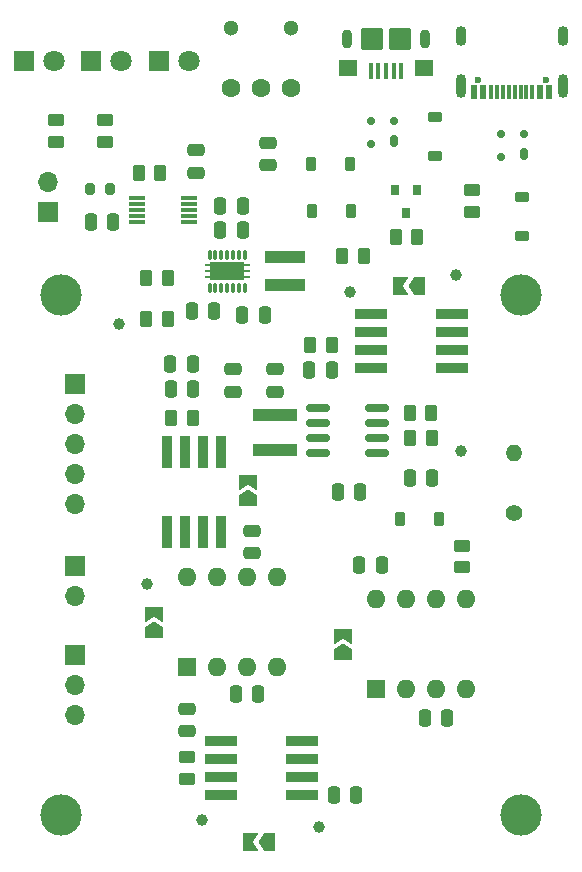
<source format=gbr>
%TF.GenerationSoftware,KiCad,Pcbnew,8.0.3*%
%TF.CreationDate,2024-07-14T14:59:13-06:00*%
%TF.ProjectId,PowerSupplyBoard,506f7765-7253-4757-9070-6c79426f6172,rev?*%
%TF.SameCoordinates,Original*%
%TF.FileFunction,Soldermask,Top*%
%TF.FilePolarity,Negative*%
%FSLAX46Y46*%
G04 Gerber Fmt 4.6, Leading zero omitted, Abs format (unit mm)*
G04 Created by KiCad (PCBNEW 8.0.3) date 2024-07-14 14:59:13*
%MOMM*%
%LPD*%
G01*
G04 APERTURE LIST*
G04 Aperture macros list*
%AMRoundRect*
0 Rectangle with rounded corners*
0 $1 Rounding radius*
0 $2 $3 $4 $5 $6 $7 $8 $9 X,Y pos of 4 corners*
0 Add a 4 corners polygon primitive as box body*
4,1,4,$2,$3,$4,$5,$6,$7,$8,$9,$2,$3,0*
0 Add four circle primitives for the rounded corners*
1,1,$1+$1,$2,$3*
1,1,$1+$1,$4,$5*
1,1,$1+$1,$6,$7*
1,1,$1+$1,$8,$9*
0 Add four rect primitives between the rounded corners*
20,1,$1+$1,$2,$3,$4,$5,0*
20,1,$1+$1,$4,$5,$6,$7,0*
20,1,$1+$1,$6,$7,$8,$9,0*
20,1,$1+$1,$8,$9,$2,$3,0*%
%AMFreePoly0*
4,1,6,0.900000,0.000000,0.400000,-0.750000,-0.500000,-0.750000,-0.500000,0.750000,0.400000,0.750000,0.900000,0.000000,0.900000,0.000000,$1*%
%AMFreePoly1*
4,1,6,0.650000,-0.750000,-0.650000,-0.750000,-0.150000,0.000000,-0.650000,0.750000,0.650000,0.750000,0.650000,-0.750000,0.650000,-0.750000,$1*%
G04 Aperture macros list end*
%ADD10C,0.600000*%
%ADD11R,0.600000X1.160000*%
%ADD12R,0.300000X1.160000*%
%ADD13O,0.900000X2.000000*%
%ADD14O,0.900000X1.700000*%
%ADD15R,1.600000X1.600000*%
%ADD16O,1.600000X1.600000*%
%ADD17RoundRect,0.075000X0.625000X0.075000X-0.625000X0.075000X-0.625000X-0.075000X0.625000X-0.075000X0*%
%ADD18RoundRect,0.250000X0.262500X0.450000X-0.262500X0.450000X-0.262500X-0.450000X0.262500X-0.450000X0*%
%ADD19O,1.700000X1.700000*%
%ADD20R,1.700000X1.700000*%
%ADD21RoundRect,0.225000X0.375000X-0.225000X0.375000X0.225000X-0.375000X0.225000X-0.375000X-0.225000X0*%
%ADD22O,0.280000X0.850000*%
%ADD23R,0.850000X0.280000*%
%ADD24R,3.000000X1.540000*%
%ADD25R,3.400000X0.980000*%
%ADD26C,1.000000*%
%ADD27FreePoly0,90.000000*%
%ADD28FreePoly1,90.000000*%
%ADD29RoundRect,0.250000X0.450000X-0.262500X0.450000X0.262500X-0.450000X0.262500X-0.450000X-0.262500X0*%
%ADD30RoundRect,0.250000X0.475000X-0.250000X0.475000X0.250000X-0.475000X0.250000X-0.475000X-0.250000X0*%
%ADD31FreePoly0,180.000000*%
%ADD32FreePoly1,180.000000*%
%ADD33R,0.950000X2.800000*%
%ADD34RoundRect,0.250000X0.250000X0.475000X-0.250000X0.475000X-0.250000X-0.475000X0.250000X-0.475000X0*%
%ADD35R,3.700000X1.100000*%
%ADD36RoundRect,0.250000X-0.250000X-0.475000X0.250000X-0.475000X0.250000X0.475000X-0.250000X0.475000X0*%
%ADD37R,1.800000X1.800000*%
%ADD38C,1.800000*%
%ADD39C,1.400000*%
%ADD40O,1.400000X1.400000*%
%ADD41RoundRect,0.250000X-0.262500X-0.450000X0.262500X-0.450000X0.262500X0.450000X-0.262500X0.450000X0*%
%ADD42RoundRect,0.175000X0.175000X0.325000X-0.175000X0.325000X-0.175000X-0.325000X0.175000X-0.325000X0*%
%ADD43RoundRect,0.150000X0.200000X0.150000X-0.200000X0.150000X-0.200000X-0.150000X0.200000X-0.150000X0*%
%ADD44RoundRect,0.200000X0.200000X0.275000X-0.200000X0.275000X-0.200000X-0.275000X0.200000X-0.275000X0*%
%ADD45RoundRect,0.225000X-0.225000X-0.375000X0.225000X-0.375000X0.225000X0.375000X-0.225000X0.375000X0*%
%ADD46RoundRect,0.250000X-0.475000X0.250000X-0.475000X-0.250000X0.475000X-0.250000X0.475000X0.250000X0*%
%ADD47RoundRect,0.225000X0.225000X0.375000X-0.225000X0.375000X-0.225000X-0.375000X0.225000X-0.375000X0*%
%ADD48RoundRect,0.100000X0.100000X0.575000X-0.100000X0.575000X-0.100000X-0.575000X0.100000X-0.575000X0*%
%ADD49O,0.900000X1.600000*%
%ADD50RoundRect,0.250000X0.550000X0.450000X-0.550000X0.450000X-0.550000X-0.450000X0.550000X-0.450000X0*%
%ADD51RoundRect,0.250000X0.700000X0.700000X-0.700000X0.700000X-0.700000X-0.700000X0.700000X-0.700000X0*%
%ADD52RoundRect,0.150000X0.825000X0.150000X-0.825000X0.150000X-0.825000X-0.150000X0.825000X-0.150000X0*%
%ADD53RoundRect,0.250000X-0.450000X0.262500X-0.450000X-0.262500X0.450000X-0.262500X0.450000X0.262500X0*%
%ADD54C,3.500000*%
%ADD55R,2.800000X0.950000*%
%ADD56C,1.300000*%
%ADD57C,1.600000*%
%ADD58R,0.800000X0.900000*%
G04 APERTURE END LIST*
D10*
%TO.C,J103*%
X46090000Y-5800001D03*
X40310000Y-5800001D03*
D11*
X46400000Y-6860001D03*
X45600000Y-6860001D03*
D12*
X44450000Y-6860001D03*
X43450000Y-6860001D03*
X42950000Y-6860001D03*
X41950000Y-6860001D03*
D11*
X40800000Y-6860001D03*
X40000000Y-6860001D03*
X40000000Y-6860001D03*
X40800000Y-6860001D03*
D12*
X41450000Y-6860001D03*
X42450000Y-6860001D03*
X43950000Y-6860001D03*
X44950000Y-6860001D03*
D11*
X45600000Y-6860001D03*
X46400000Y-6860001D03*
D13*
X47520000Y-6280001D03*
D14*
X47520000Y-2110001D03*
D13*
X38880000Y-6280001D03*
D14*
X38880000Y-2110001D03*
%TD*%
D15*
%TO.C,U103*%
X15740000Y-55540000D03*
D16*
X18280000Y-55540000D03*
X20819999Y-55540000D03*
X23360000Y-55540000D03*
X23360000Y-47920000D03*
X20820000Y-47920000D03*
X18280000Y-47920000D03*
X15740000Y-47920000D03*
%TD*%
D17*
%TO.C,U102*%
X15860000Y-17790000D03*
X15860000Y-17290000D03*
X15860000Y-16790000D03*
X15860000Y-16290000D03*
X15860000Y-15790000D03*
X11460000Y-15790000D03*
X11460000Y-16290000D03*
X11460000Y-16790000D03*
X11460000Y-17290000D03*
X11460000Y-17790000D03*
%TD*%
D18*
%TO.C,R102*%
X35197500Y-19065000D03*
X33372500Y-19065000D03*
%TD*%
D19*
%TO.C,J105*%
X6200000Y-59555000D03*
X6200000Y-57015000D03*
D20*
X6200000Y-54475000D03*
%TD*%
D21*
%TO.C,D107*%
X44080000Y-19050000D03*
X44080000Y-15750000D03*
%TD*%
D20*
%TO.C,J101*%
X3950000Y-17000000D03*
D19*
X3950000Y-14460000D03*
%TD*%
D22*
%TO.C,U101*%
X17619999Y-23390000D03*
X18119999Y-23390000D03*
X18620000Y-23390000D03*
X19119999Y-23390000D03*
X19619998Y-23390000D03*
X20119999Y-23390000D03*
X20619999Y-23390000D03*
X20619999Y-20590000D03*
X20119999Y-20590000D03*
X19619998Y-20590000D03*
X19119999Y-20590000D03*
X18620000Y-20590000D03*
X18119999Y-20590000D03*
X17619999Y-20590000D03*
D23*
X17619999Y-22490000D03*
X20619999Y-22490000D03*
X17619998Y-21990000D03*
D24*
X19120000Y-21990000D03*
D23*
X20619999Y-21990000D03*
X17619999Y-21490000D03*
X20619999Y-21490000D03*
%TD*%
D25*
%TO.C,L101*%
X24020000Y-20829999D03*
X24020000Y-23200001D03*
%TD*%
D26*
%TO.C,TP101*%
X38465000Y-22295000D03*
%TD*%
D27*
%TO.C,JP103*%
X28892500Y-54419999D03*
D28*
X28892500Y-52920000D03*
%TD*%
D29*
%TO.C,R114*%
X39850000Y-16942500D03*
X39850000Y-15117500D03*
%TD*%
D30*
%TO.C,C117*%
X15725000Y-60949999D03*
X15725000Y-59050001D03*
%TD*%
D31*
%TO.C,JP105*%
X22624999Y-70350000D03*
D32*
X21125000Y-70350000D03*
%TD*%
D29*
%TO.C,R112*%
X15711500Y-64987500D03*
X15711500Y-63162500D03*
%TD*%
D33*
%TO.C,Q104*%
X13995000Y-44063501D03*
X15515000Y-44063501D03*
X17035000Y-44063501D03*
X18555000Y-44063501D03*
X18555000Y-37263501D03*
X17035000Y-37263501D03*
X15515000Y-37263501D03*
X13995000Y-37263501D03*
%TD*%
D26*
%TO.C,TP104*%
X16970000Y-68480000D03*
%TD*%
D18*
%TO.C,R110*%
X36422500Y-36135000D03*
X34597500Y-36135000D03*
%TD*%
D34*
%TO.C,C103*%
X27969999Y-30315000D03*
X26070001Y-30315000D03*
%TD*%
D35*
%TO.C,L102*%
X23165000Y-37145000D03*
X23165000Y-34145000D03*
%TD*%
D36*
%TO.C,C112*%
X35852501Y-59800000D03*
X37752499Y-59800000D03*
%TD*%
D26*
%TO.C,TP106*%
X26850000Y-69020000D03*
%TD*%
D37*
%TO.C,D102*%
X7600000Y-4225000D03*
D38*
X10140000Y-4225000D03*
%TD*%
D36*
%TO.C,C113*%
X30280001Y-46830000D03*
X32179999Y-46830000D03*
%TD*%
%TO.C,C104*%
X16120000Y-25340000D03*
X18019998Y-25340000D03*
%TD*%
%TO.C,C101*%
X18520000Y-18540000D03*
X20420000Y-18540000D03*
%TD*%
D39*
%TO.C,R115*%
X43375000Y-42454999D03*
D40*
X43375000Y-37375000D03*
%TD*%
D41*
%TO.C,R106*%
X11607500Y-13680000D03*
X13432500Y-13680000D03*
%TD*%
D37*
%TO.C,D101*%
X1950000Y-4175000D03*
D38*
X4490000Y-4175000D03*
%TD*%
D42*
%TO.C,D109*%
X44280000Y-12090000D03*
D43*
X44280000Y-10390000D03*
X42280000Y-10390000D03*
X42280000Y-12290000D03*
%TD*%
D30*
%TO.C,C106*%
X16470000Y-13649999D03*
X16470000Y-11750001D03*
%TD*%
D36*
%TO.C,C108*%
X20395000Y-25740000D03*
X22294998Y-25740000D03*
%TD*%
D44*
%TO.C,TH101*%
X9185000Y-15055000D03*
X7535000Y-15055000D03*
%TD*%
D26*
%TO.C,TP103*%
X9960000Y-26470000D03*
%TD*%
D45*
%TO.C,D104*%
X26287500Y-16895000D03*
X29587500Y-16895000D03*
%TD*%
D20*
%TO.C,J104*%
X6200000Y-31535000D03*
D19*
X6200000Y-34075000D03*
X6200000Y-36615000D03*
X6200000Y-39155000D03*
X6200000Y-41695000D03*
%TD*%
D34*
%TO.C,C116*%
X36469999Y-39510000D03*
X34570001Y-39510000D03*
%TD*%
D36*
%TO.C,C111*%
X19860000Y-57770000D03*
X21760000Y-57770000D03*
%TD*%
D31*
%TO.C,JP101*%
X35364999Y-23280000D03*
D32*
X33865000Y-23280000D03*
%TD*%
D46*
%TO.C,C119*%
X21225000Y-43950002D03*
X21225000Y-45850000D03*
%TD*%
D27*
%TO.C,JP104*%
X20875000Y-41400000D03*
D28*
X20875000Y-39900001D03*
%TD*%
D47*
%TO.C,D106*%
X37020000Y-42980000D03*
X33720000Y-42980000D03*
%TD*%
D48*
%TO.C,J106*%
X33850000Y-5000000D03*
X33200000Y-5000000D03*
X32550000Y-5000001D03*
X31900000Y-5000000D03*
X31250000Y-5000000D03*
D49*
X35849999Y-2325000D03*
D50*
X35750000Y-4775000D03*
D51*
X33750000Y-2325000D03*
X31350000Y-2325000D03*
D50*
X29350000Y-4775000D03*
D49*
X29250001Y-2325000D03*
%TD*%
D36*
%TO.C,C118*%
X14325001Y-32000000D03*
X16224999Y-32000000D03*
%TD*%
D34*
%TO.C,C109*%
X9459999Y-17785000D03*
X7560001Y-17785000D03*
%TD*%
D41*
%TO.C,R105*%
X28837500Y-20680000D03*
X30662500Y-20680000D03*
%TD*%
D52*
%TO.C,U105*%
X31785000Y-37390000D03*
X31785000Y-36120000D03*
X31785000Y-34850000D03*
X31785000Y-33580000D03*
X26835000Y-33580000D03*
X26835000Y-34850000D03*
X26835000Y-36120000D03*
X26835000Y-37390000D03*
%TD*%
D41*
%TO.C,R108*%
X12267500Y-26055000D03*
X14092500Y-26055000D03*
%TD*%
D36*
%TO.C,C102*%
X18519999Y-16440000D03*
X20419999Y-16440000D03*
%TD*%
D34*
%TO.C,C107*%
X16179999Y-29840000D03*
X14280001Y-29840000D03*
%TD*%
D41*
%TO.C,R107*%
X12257500Y-22560000D03*
X14082500Y-22560000D03*
%TD*%
D46*
%TO.C,C105*%
X22560000Y-11130001D03*
X22560000Y-13029999D03*
%TD*%
D29*
%TO.C,R101*%
X4620000Y-11022500D03*
X4620000Y-9197500D03*
%TD*%
D21*
%TO.C,D108*%
X36730000Y-12277500D03*
X36730000Y-8977500D03*
%TD*%
D29*
%TO.C,R104*%
X8730000Y-11042500D03*
X8730000Y-9217500D03*
%TD*%
D53*
%TO.C,R109*%
X39010000Y-45217500D03*
X39010000Y-47042500D03*
%TD*%
D15*
%TO.C,U104*%
X31722500Y-57350000D03*
D16*
X34262500Y-57350000D03*
X36802499Y-57350000D03*
X39342500Y-57350000D03*
X39342500Y-49730000D03*
X36802500Y-49730000D03*
X34262500Y-49730000D03*
X31722500Y-49730000D03*
%TD*%
D54*
%TO.C,REF\u002A\u002A*%
X44000000Y-24000000D03*
%TD*%
D26*
%TO.C,TP102*%
X29540000Y-23745000D03*
%TD*%
D37*
%TO.C,D105*%
X13300000Y-4225000D03*
D38*
X15840000Y-4225000D03*
%TD*%
D41*
%TO.C,R103*%
X26132500Y-28215000D03*
X27957500Y-28215000D03*
%TD*%
D55*
%TO.C,Q103*%
X25425000Y-66355000D03*
X25425000Y-64835000D03*
X25425000Y-63315000D03*
X25425000Y-61795000D03*
X18625000Y-61795000D03*
X18625000Y-63315000D03*
X18625000Y-64835000D03*
X18625000Y-66355000D03*
%TD*%
D54*
%TO.C,REF\u002A\u002A*%
X44000000Y-68000000D03*
%TD*%
D56*
%TO.C,SW101*%
X24514201Y-1422101D03*
X19434201Y-1422100D03*
D57*
X24514201Y-6502100D03*
X21974201Y-6502100D03*
X19434202Y-6502100D03*
%TD*%
D58*
%TO.C,Q101*%
X35210000Y-15090000D03*
X33310000Y-15090000D03*
X34260000Y-17090000D03*
%TD*%
D27*
%TO.C,JP102*%
X12930000Y-52569999D03*
D28*
X12930000Y-51070000D03*
%TD*%
D26*
%TO.C,TP105*%
X38930000Y-37185000D03*
%TD*%
D54*
%TO.C,REF\u002A\u002A*%
X5000000Y-68000000D03*
%TD*%
D42*
%TO.C,D110*%
X33250000Y-11000000D03*
D43*
X33250000Y-9300000D03*
X31250000Y-9300000D03*
X31250000Y-11200000D03*
%TD*%
D30*
%TO.C,C114*%
X23190000Y-32184999D03*
X23190000Y-30285001D03*
%TD*%
D41*
%TO.C,R111*%
X34572500Y-34035000D03*
X36397500Y-34035000D03*
%TD*%
D54*
%TO.C,REF\u002A\u002A*%
X5000000Y-24000000D03*
%TD*%
D36*
%TO.C,C120*%
X28150000Y-66350000D03*
X30050000Y-66350000D03*
%TD*%
D18*
%TO.C,R113*%
X16212500Y-34400000D03*
X14387500Y-34400000D03*
%TD*%
D55*
%TO.C,Q102*%
X38103500Y-30160000D03*
X38103500Y-28640000D03*
X38103500Y-27120000D03*
X38103500Y-25600000D03*
X31303500Y-25600000D03*
X31303500Y-27120000D03*
X31303500Y-28640000D03*
X31303500Y-30160000D03*
%TD*%
D34*
%TO.C,C110*%
X30379999Y-40660000D03*
X28480001Y-40660000D03*
%TD*%
D30*
%TO.C,C115*%
X19565000Y-32209999D03*
X19565000Y-30310001D03*
%TD*%
D45*
%TO.C,D103*%
X26212500Y-12920000D03*
X29512500Y-12920000D03*
%TD*%
D26*
%TO.C,TP107*%
X12340000Y-48470000D03*
%TD*%
D20*
%TO.C,J102*%
X6200000Y-46915000D03*
D19*
X6200000Y-49455000D03*
%TD*%
M02*

</source>
